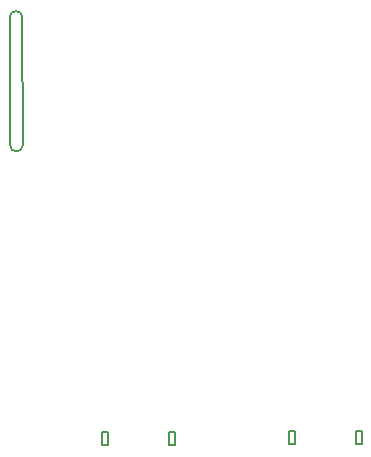
<source format=gko>
G04*
G04 #@! TF.GenerationSoftware,Altium Limited,Altium Designer,20.0.2 (26)*
G04*
G04 Layer_Color=16711935*
%FSLAX24Y24*%
%MOIN*%
G70*
G01*
G75*
%ADD12C,0.0050*%
D12*
X375Y10339D02*
G03*
X805Y10340I215J1D01*
G01*
X795Y14581D02*
G03*
X365Y14579I-215J-1D01*
G01*
X9692Y373D02*
X9872D01*
X9692Y813D02*
X9872D01*
X9692Y373D02*
Y813D01*
X9872Y373D02*
Y813D01*
X11916Y373D02*
X12096D01*
X11916Y813D02*
X12096D01*
X11916Y373D02*
Y813D01*
X12096Y373D02*
Y813D01*
X5864Y323D02*
Y763D01*
X5684Y323D02*
Y763D01*
X5864D01*
X5684Y323D02*
X5864D01*
X3640D02*
Y763D01*
X3460Y323D02*
Y763D01*
X3640D01*
X3460Y323D02*
X3640D01*
X795Y14581D02*
X805Y10341D01*
X365Y14579D02*
X375Y10339D01*
M02*

</source>
